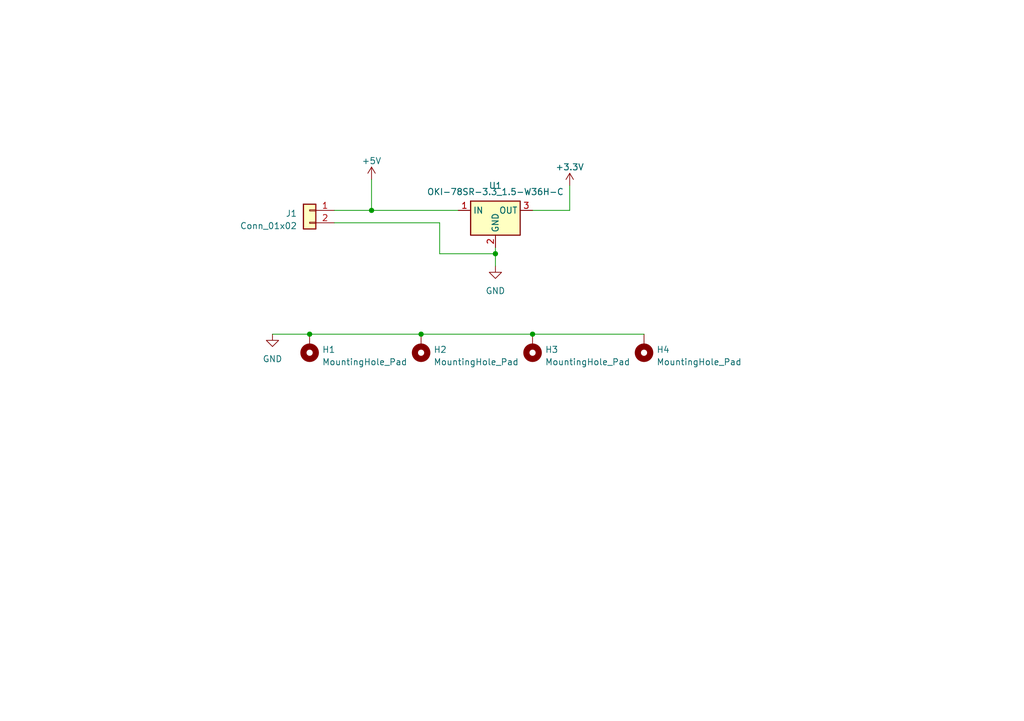
<source format=kicad_sch>
(kicad_sch (version 20230121) (generator eeschema)
  (paper "A5")
  (lib_symbols
    (symbol "Connector_Generic:Conn_01x02" (pin_names (offset 1.016) hide)
      (property "Reference" "J" (at 0 2.54 0))
      (property "Value" "Conn_01x02" (at 0 -5.08 0))
      (symbol "Conn_01x02_1_1"
        (rectangle (start -1.27 -2.413) (end 0 -2.667) (stroke (width 0.1524)))
        (rectangle (start -1.27 0.127) (end 0 -0.127) (stroke (width 0.1524)))
        (rectangle (start -1.27 1.27) (end 1.27 -3.81) (stroke (width 0.254)) (fill (type background)))
        (pin passive line (at -5.08 0 0) (length 3.81) (name "Pin_1") (number "1"))
        (pin passive line (at -5.08 -2.54 0) (length 3.81) (name "Pin_2") (number "2"))
      )
    )
    (symbol "Converter_DCDC:OKI-78SR-3.3_1.5-W36H-C"
      (property "Reference" "U" (at -3.81 3.175 0))
      (property "Value" "OKI-78SR-3.3_1.5-W36H-C" (at 0 3.175 0))
      (symbol "OKI-78SR-3.3_1.5-W36H-C_0_1"
        (rectangle (start -5.08 1.905) (end 5.08 -5.08) (stroke (width 0.254)) (fill (type background)))
      )
      (symbol "OKI-78SR-3.3_1.5-W36H-C_1_1"
        (pin power_in line (at -7.62 0 0) (length 2.54) (name "IN") (number "1"))
        (pin power_in line (at 0 -7.62 90) (length 2.54) (name "GND") (number "2"))
        (pin power_out line (at 7.62 0 180) (length 2.54) (name "OUT") (number "3"))
      )
    )
    (symbol "Mechanical:MountingHole_Pad" (pin_numbers hide) (pin_names (offset 1.016) hide)
      (property "Reference" "H" (at 0 6.35 0))
      (property "Value" "MountingHole_Pad" (at 0 4.445 0))
      (symbol "MountingHole_Pad_0_1"
        (circle (center 0 1.27) (radius 1.27) (stroke (width 1.27)))
      )
      (symbol "MountingHole_Pad_1_1"
        (pin input line (at 0 -2.54 90) (length 2.54) (name "1") (number "1"))
      )
    )
    (symbol "power:+3.3V" (power) (pin_names (offset 0))
      (property "Value" "+3.3V" (at 0 3.556 0))
      (symbol "+3.3V_0_1"
        (polyline (pts (xy -0.762 1.27) (xy 0 2.54)))
        (polyline (pts (xy 0 0) (xy 0 2.54)))
        (polyline (pts (xy 0 2.54) (xy 0.762 1.27)))
      )
      (symbol "+3.3V_1_1"
        (pin power_in line (at 0 0 90) (length 0) hide (name "+3.3V") (number "1"))
      )
    )
    (symbol "power:+5V" (power) (pin_names (offset 0))
      (property "Value" "+5V" (at 0 3.556 0))
      (symbol "+5V_0_1"
        (polyline (pts (xy -0.762 1.27) (xy 0 2.54)))
        (polyline (pts (xy 0 0) (xy 0 2.54)))
        (polyline (pts (xy 0 2.54) (xy 0.762 1.27)))
      )
      (symbol "+5V_1_1"
        (pin power_in line (at 0 0 90) (length 0) hide (name "+5V") (number "1"))
      )
    )
    (symbol "power:GND" (power) (pin_names (offset 0))
      (property "Value" "GND" (at 0 -3.81 0))
      (symbol "GND_0_1"
        (polyline (pts (xy 0 0) (xy 0 -1.27) (xy 1.27 -1.27) (xy 0 -2.54) (xy -1.27 -1.27) (xy 0 -1.27)))
      )
      (symbol "GND_1_1"
        (pin power_in line (at 0 0 270) (length 0) hide (name "GND") (number "1"))
      )
    )
  )
  (junction (at 101.6 52.07))
  (junction (at 76.2 43.18))
  (junction (at 63.5 68.58))
  (junction (at 109.22 68.58))
  (junction (at 86.36 68.58))
  (wire (pts (xy 68.58 43.18) (xy 76.2 43.18)))
  (wire (pts (xy 76.2 36.83) (xy 76.2 43.18)))
  (wire (pts (xy 86.36 68.58) (xy 109.22 68.58)))
  (wire (pts (xy 90.17 52.07) (xy 101.6 52.07)))
  (wire (pts (xy 101.6 54.61) (xy 101.6 52.07)))
  (wire (pts (xy 101.6 52.07) (xy 101.6 50.8)))
  (wire (pts (xy 109.22 68.58) (xy 132.08 68.58)))
  (wire (pts (xy 76.2 43.18) (xy 93.98 43.18)))
  (wire (pts (xy 68.58 45.72) (xy 90.17 45.72)))
  (wire (pts (xy 116.84 43.18) (xy 116.84 38.1)))
  (wire (pts (xy 63.5 68.58) (xy 86.36 68.58)))
  (wire (pts (xy 109.22 43.18) (xy 116.84 43.18)))
  (wire (pts (xy 90.17 45.72) (xy 90.17 52.07)))
  (wire (pts (xy 55.88 68.58) (xy 63.5 68.58)))
  (symbol (lib_id "Mechanical:MountingHole_Pad") (at 86.36 71.12 180) (unit 1)
    (property "Reference" "H2" (at 88.9 71.755 0) (effects (justify right)))
    (property "Value" "MountingHole_Pad" (at 88.9 74.295 0) (effects (justify right)))
    (property "Footprint" "MountingHole:MountingHole_2.5mm_Pad" (effects hide))
  )
  (symbol (lib_id "Converter_DCDC:OKI-78SR-3.3_1.5-W36H-C") (at 101.6 43.18 0) (unit 1)
    (property "Reference" "U1" (at 101.6 38.1 0))
    (property "Value" "OKI-78SR-3.3_1.5-W36H-C" (at 101.6 39.37 0))
    (property "Footprint" "Converter_DCDC:Converter_DCDC_Murata_OKI-78SR_Horizontal" (effects hide))
    (property "Datasheet" "https://power.murata.com/data/power/oki-78sr.pdf" (effects hide))
  )
  (symbol (lib_id "Mechanical:MountingHole_Pad") (at 63.5 71.12 180) (unit 1)
    (property "Reference" "H1" (at 66.04 71.755 0) (effects (justify right)))
    (property "Value" "MountingHole_Pad" (at 66.04 74.295 0) (effects (justify right)))
    (property "Footprint" "MountingHole:MountingHole_2.5mm_Pad" (effects hide))
  )
  (symbol (lib_id "Connector_Generic:Conn_01x02") (at 63.5 43.18 0) (mirror y) (unit 1)
    (property "Reference" "J1" (at 60.96 43.815 0) (effects (justify left)))
    (property "Value" "Conn_01x02" (at 60.96 46.355 0) (effects (justify left)))
    (property "Footprint" "Connector_JST:JST_XH_B2B-XH-AM_1x02_P2.50mm_Vertical" (effects hide))
  )
  (symbol (lib_id "power:GND") (at 101.6 54.61 0) (unit 1)
    (property "Reference" "#PWR03" (effects hide))
    (property "Value" "GND" (at 101.6 59.69 0))
    (property "Footprint" "Connector_Pin:Pin_D1.0mm_L10.0mm" (effects hide))
  )
  (symbol (lib_id "power:GND") (at 55.88 68.58 0) (unit 1)
    (property "Reference" "#PWR03" (effects hide))
    (property "Value" "GND" (at 55.88 73.66 0))
    (property "Footprint" "Connector_Pin:Pin_D1.0mm_L10.0mm" (effects hide))
    (instances (project "binary_clock" (path "" (reference "#PWR03") (unit 1)) (path "" (reference "#PWR01") (unit 1))))
  )
  (symbol (lib_id "Mechanical:MountingHole_Pad") (at 132.08 71.12 180) (unit 1)
    (property "Reference" "H4" (at 134.62 71.755 0) (effects (justify right)))
    (property "Value" "MountingHole_Pad" (at 134.62 74.295 0) (effects (justify right)))
    (property "Footprint" "MountingHole:MountingHole_2.5mm_Pad" (effects hide))
  )
  (symbol (lib_id "power:+3.3V") (at 116.84 38.1 0) (unit 1)
    (property "Reference" "#PWR02" (effects hide))
    (property "Value" "+3.3V" (at 116.84 34.29 0))
  )
  (symbol (lib_id "Mechanical:MountingHole_Pad") (at 109.22 71.12 180) (unit 1)
    (property "Reference" "H3" (at 111.76 71.755 0) (effects (justify right)))
    (property "Value" "MountingHole_Pad" (at 111.76 74.295 0) (effects (justify right)))
    (property "Footprint" "MountingHole:MountingHole_2.5mm_Pad" (effects hide))
  )
  (symbol (lib_id "power:+5V") (at 76.2 36.83 0) (unit 1)
    (property "Reference" "#PWR0101" (effects hide))
    (property "Value" "+5V" (at 76.2 33.02 0))
  )
)
</source>
